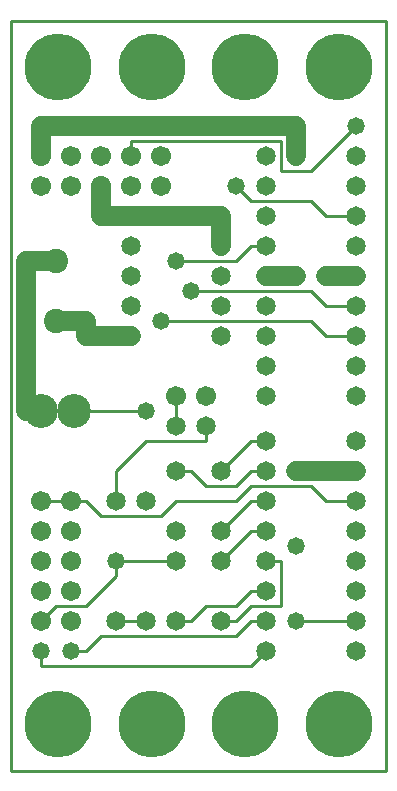
<source format=gbl>
%MOIN*%
%FSLAX25Y25*%
G04 D10 used for Character Trace; *
G04     Circle (OD=.01000) (No hole)*
G04 D11 used for Power Trace; *
G04     Circle (OD=.06700) (No hole)*
G04 D12 used for Signal Trace; *
G04     Circle (OD=.01100) (No hole)*
G04 D13 used for Via; *
G04     Circle (OD=.05800) (Round. Hole ID=.02800)*
G04 D14 used for Component hole; *
G04     Circle (OD=.06500) (Round. Hole ID=.03500)*
G04 D15 used for Component hole; *
G04     Circle (OD=.06700) (Round. Hole ID=.04300)*
G04 D16 used for Component hole; *
G04     Circle (OD=.08100) (Round. Hole ID=.05100)*
G04 D17 used for Component hole; *
G04     Circle (OD=.08900) (Round. Hole ID=.05900)*
G04 D18 used for Component hole; *
G04     Circle (OD=.11300) (Round. Hole ID=.08300)*
G04 D19 used for Component hole; *
G04     Circle (OD=.16000) (Round. Hole ID=.13000)*
G04 D20 used for Component hole; *
G04     Circle (OD=.18300) (Round. Hole ID=.15300)*
G04 D21 used for Component hole; *
G04     Circle (OD=.22291) (Round. Hole ID=.19291)*
%ADD10C,.01000*%
%ADD11C,.06700*%
%ADD12C,.01100*%
%ADD13C,.05800*%
%ADD14C,.06500*%
%ADD15C,.06700*%
%ADD16C,.08100*%
%ADD17C,.08900*%
%ADD18C,.11300*%
%ADD19C,.16000*%
%ADD20C,.18300*%
%ADD21C,.22291*%
%IPPOS*%
%LPD*%
G90*X0Y0D02*D21*X15625Y15625D03*D12*              
X10000Y35000D02*X80000D01*X85000Y40000D01*D14*D03*
D13*X95000Y50000D03*D12*X115000D01*D14*D03*       
Y60000D03*Y40000D03*Y70000D03*D12*X90000Y55000D02*
Y70000D01*X80000Y55000D02*X90000D01*              
X75000Y50000D02*X80000Y55000D01*X70000Y50000D02*  
X75000D01*D14*X70000D03*D12*X30000Y45000D02*      
X75000D01*X25000Y40000D02*X30000Y45000D01*        
X20000Y40000D02*X25000D01*D13*X20000D03*D15*      
X10000Y50000D03*D12*X15000Y55000D01*X25000D01*    
X35000Y65000D01*Y70000D01*D13*D03*D12*X55000D01*  
D14*D03*Y80000D03*X70000Y70000D03*D12*            
X80000Y80000D01*X85000D01*D14*D03*D12*            
X55000Y90000D02*X75000D01*X50000Y85000D02*        
X55000Y90000D01*X30000Y85000D02*X50000D01*        
X30000D02*X25000Y90000D01*X20000D01*D15*D03*D12*  
X10000D01*D15*D03*X20000Y80000D03*X10000D03*      
Y70000D03*X20000D03*D14*X35000Y90000D03*D12*      
Y100000D01*X45000Y110000D01*X65000D01*Y115000D01* 
D14*D03*D15*X55000Y125000D03*D12*Y115000D01*D14*  
D03*D15*X65000Y125000D03*D13*X45000Y120000D03*D12*
X21000D01*D18*D03*X10000D03*D11*X5000D01*         
Y170000D01*X15000D01*D16*D03*D11*X30000Y185000D02*
X70000D01*Y175000D01*D14*D03*D12*X55000Y170000D02*
X75000D01*D13*X55000D03*X60000Y160000D03*D12*     
X100000D01*X105000Y155000D01*X115000D01*D14*D03*  
D13*X105000Y165000D03*D11*X115000D01*D14*D03*     
Y175000D03*D12*X105000Y145000D02*                 
X100000Y150000D01*X105000Y145000D02*X115000D01*   
D14*D03*Y135000D03*D12*X50000Y150000D02*          
X100000D01*D13*X50000D03*D14*X40000Y155000D03*    
Y145000D03*D11*X25000D01*Y150000D01*X15000D01*D16*
D03*D14*X40000Y175000D03*Y165000D03*D11*          
X30000Y185000D02*Y195000D01*D15*D03*              
X40000Y205000D03*D12*Y210000D01*X90000D01*        
Y200000D01*X100000D01*X115000Y215000D01*D13*D03*  
D14*Y205000D03*D11*X95000D02*Y215000D01*D13*      
Y205000D03*D14*X85000Y195000D03*D11*              
X10000Y215000D02*X95000D01*X10000Y205000D02*      
Y215000D01*D15*Y205000D03*X20000Y195000D03*       
Y205000D03*X10000Y195000D03*X30000Y205000D03*     
X40000Y195000D03*D21*X15625Y234375D03*X46875D03*  
D15*X50000Y195000D03*Y205000D03*D12*X0Y0D02*      
Y250000D01*Y0D02*X125000D01*Y250000D01*X0D01*D13* 
X75000Y195000D03*D12*X80000Y190000D01*X100000D01* 
X105000Y185000D01*X115000D01*D14*D03*Y195000D03*  
D13*X95000Y165000D03*D11*X85000D01*D14*D03*D12*   
X75000Y170000D02*X80000Y175000D01*X85000D01*D14*  
D03*Y185000D03*X70000Y165000D03*Y155000D03*       
X85000D03*X70000Y145000D03*X85000Y205000D03*      
Y145000D03*Y135000D03*Y125000D03*X115000D03*D21*  
X109375Y234375D03*X78125D03*D12*X70000Y100000D02* 
X80000Y110000D01*D14*X70000Y100000D03*D12*        
X65000Y95000D02*X75000D01*X65000D02*              
X60000Y100000D01*X55000D01*D14*D03*               
X45000Y90000D03*D12*X75000D02*X80000Y95000D01*    
X100000D01*X105000Y90000D01*X115000D01*D14*D03*   
Y100000D03*D11*X95000D01*D13*D03*D14*             
X85000Y110000D03*D12*X80000D01*X75000Y95000D02*   
X80000Y100000D01*X70000Y80000D02*X80000Y90000D01* 
D14*X70000Y80000D03*D12*X80000Y90000D02*X85000D01*
D14*D03*Y100000D03*D12*X80000D01*D13*             
X95000Y75000D03*D14*X85000Y70000D03*D12*X90000D01*
X75000Y55000D02*X80000Y60000D01*X65000Y55000D02*  
X75000D01*X60000Y50000D02*X65000Y55000D01*        
X55000Y50000D02*X60000D01*D14*X55000D03*X45000D03*
D12*X35000D01*D14*D03*D15*X20000Y60000D03*        
Y50000D03*X10000Y60000D03*D13*Y40000D03*D12*      
Y35000D01*D21*X46875Y15625D03*D12*X75000Y45000D02*
X80000Y50000D01*X85000D01*D14*D03*Y60000D03*D12*  
X80000D01*D14*X115000Y80000D03*D21*               
X78125Y15625D03*X109375D03*D14*X115000Y110000D03* 
M02*                                              

</source>
